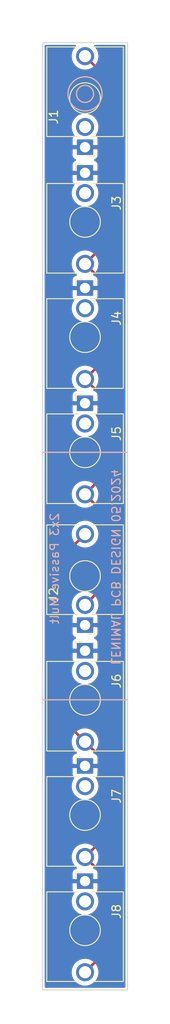
<source format=kicad_pcb>
(kicad_pcb (version 20240108) (generator "pcbnew") (generator_version "8.0")
  (layers (0 "F.Cu" signal) (31 "B.Cu" signal) (34 "B.Paste" user) (35 "F.Paste" user) (36 "B.SilkS" user "B.Silkscreen") (37 "F.SilkS" user "F.Silkscreen") (38 "B.Mask" user) (39 "F.Mask" user) (44 "Edge.Cuts" user))
  (net 0 "")
  (net 1 "Net-(J1-PadT)")
  (net 2 "GNDREF")
  (net 4 "Net-(J2-PadT)")
  (footprint "Synth:Jack_3.5mm_QingPu_WQP-PJ398SM_tight-fit" (layer "F.Cu") (at 55 98)
    (property "Reference" "J5" (at 3.7 -2.2 -90) (layer "F.SilkS"))
    (property "Value" "OUTPUT")
    (fp_line (start -4.5 -4.5) (end -4.5 6) (stroke (width 0.12)) (layer "F.SilkS"))
    (fp_line (start -1.1 -6.8) (end -1.1 -6) (stroke (width 0.12)) (layer "F.SilkS"))
    (fp_line (start -1.1 -6.8) (end -0.24 -6.8) (stroke (width 0.12)) (layer "F.SilkS"))
    (fp_line (start -0.8 6) (end -4.5 6) (stroke (width 0.12)) (layer "F.SilkS"))
    (fp_line (start -0.72 -4.5) (end -4.5 -4.5) (stroke (width 0.12)) (layer "F.SilkS"))
    (fp_line (start 4.5 -4.5) (end 0.72 -4.5) (stroke (width 0.12)) (layer "F.SilkS"))
    (fp_line (start 4.5 -4.5) (end 4.5 6) (stroke (width 0.12)) (layer "F.SilkS"))
    (fp_line (start 4.5 6) (end 0.8 6) (stroke (width 0.12)) (layer "F.SilkS"))
    (fp_circle (center 0 0) (end 1.8 0) (stroke (width 0.12)) (fill none) (layer "F.SilkS"))
    (pad "S" thru_hole rect (at 0 -5.75 180) (size 1.93 1.83) (drill 1.22) (layers "*.Cu" "*.Mask") (net 2 "GNDREF"))
    (pad "T" thru_hole circle (at 0 4.92 180) (size 2.13 2.13) (drill 1.43) (layers "*.Cu" "*.Mask") (net 1 "Net-(J1-PadT)"))
    (pad "TN" thru_hole circle (at 0 -3.38 180) (size 2.13 2.13) (drill 1.42) (layers "*.Cu" "*.Mask"))
    (zone (net 0) (net_name "") (layer "F.Cu") (connect_pads (clearance 0)) (min_thickness 0.254)
      (keepout (tracks not_allowed) (vias not_allowed) (pads not_allowed) (copperpour not_allowed) (footprints not_allowed))
      (fill (thermal_gap 0.508) (thermal_bridge_width 0.508))
      (polygon (pts (xy 56.505141 98) (xy 56.48493 97.754171) (xy 56.424841 97.514945) (xy 56.326486 97.288744) (xy 56.192508 97.081645) (xy 56.026504 96.89921) (xy 55.832932 96.746336) (xy 55.616992 96.627131) (xy 55.384482 96.544794) (xy 55.141646 96.501539) (xy 54.895007 96.498525) (xy 54.651187 96.535835) (xy 54.416734 96.612466) (xy 54.197946 96.72636) (xy 54.000697 96.874458) (xy 53.830286 97.052784) (xy 53.691288 97.256548) (xy 53.587436 97.480278) (xy 53.521519 97.717965) (xy 53.495308 97.963226) (xy 53.509507 98.209475) (xy 53.563734 98.450099) (xy 53.656532 98.678634) (xy 53.785411 98.888945) (xy 53.946908 99.075382) (xy 54.136687 99.232939) (xy 54.34965 99.357385) (xy 54.580079 99.445377) (xy 54.821785 99.494553) (xy 55.068278 99.503592) (xy 55.312936 99.47225) (xy 55.549191 99.40137) (xy 55.770697 99.292856) (xy 55.971505 99.149621) (xy 56.146223 98.975512) (xy 56.290158 98.775205) (xy 56.399445 98.554079) (xy 56.471149 98.318074) (xy 56.503344 98.073526)))
    )
  )
  (footprint "Synth:Jack_3.5mm_QingPu_WQP-PJ398SM_tight-fit" (layer "F.Cu") (at 55 112.5 180)
    (property "Reference" "J2" (at 3.7 -2.2 -90) (layer "F.SilkS"))
    (property "Value" "INPUT")
    (fp_line (start 4.5 6) (end 0.8 6) (stroke (width 0.12)) (layer "F.SilkS"))
    (fp_line (start 4.5 -4.5) (end 4.5 6) (stroke (width 0.12)) (layer "F.SilkS"))
    (fp_line (start 4.5 -4.5) (end 0.72 -4.5) (stroke (width 0.12)) (layer "F.SilkS"))
    (fp_line (start -0.72 -4.5) (end -4.5 -4.5) (stroke (width 0.12)) (layer "F.SilkS"))
    (fp_line (start -0.8 6) (end -4.5 6) (stroke (width 0.12)) (layer "F.SilkS"))
    (fp_line (start -1.1 -6.8) (end -0.24 -6.8) (stroke (width 0.12)) (layer "F.SilkS"))
    (fp_line (start -1.1 -6.8) (end -1.1 -6) (stroke (width 0.12)) (layer "F.SilkS"))
    (fp_line (start -4.5 -4.5) (end -4.5 6) (stroke (width 0.12)) (layer "F.SilkS"))
    (fp_circle (center 0 0) (end 1.8 0) (stroke (width 0.12)) (fill none) (layer "F.SilkS"))
    (pad "S" thru_hole rect (at 0 -5.75) (size 1.93 1.83) (drill 1.22) (layers "*.Cu" "*.Mask") (net 2 "GNDREF"))
    (pad "T" thru_hole circle (at 0 4.92) (size 2.13 2.13) (drill 1.43) (layers "*.Cu" "*.Mask") (net 4 "Net-(J2-PadT)"))
    (pad "TN" thru_hole circle (at 0 -3.38) (size 2.13 2.13) (drill 1.42) (layers "*.Cu" "*.Mask") (net 1 "Net-(J1-PadT)"))
    (zone (net 0) (net_name "") (layer "F.Cu") (connect_pads (clearance 0)) (min_thickness 0.254)
      (keepout (tracks not_allowed) (vias not_allowed) (pads not_allowed) (copperpour not_allowed) (footprints not_allowed))
      (fill (thermal_gap 0.508) (thermal_bridge_width 0.508))
      (polygon (pts (xy 53.494859 112.5) (xy 53.51507 112.745829) (xy 53.575159 112.985055) (xy 53.673514 113.211256) (xy 53.807492 113.418355) (xy 53.973496 113.60079) (xy 54.167068 113.753664) (xy 54.383008 113.872869) (xy 54.615518 113.955206) (xy 54.858354 113.998461) (xy 55.104993 114.001475) (xy 55.348813 113.964165) (xy 55.583266 113.887534) (xy 55.802054 113.77364) (xy 55.999303 113.625542) (xy 56.169714 113.447216) (xy 56.308712 113.243452) (xy 56.412564 113.019722) (xy 56.478481 112.782035) (xy 56.504692 112.536774) (xy 56.490493 112.290525) (xy 56.436266 112.049901) (xy 56.343468 111.821366) (xy 56.214589 111.611055) (xy 56.053092 111.424618) (xy 55.863313 111.267061) (xy 55.65035 111.142615) (xy 55.419921 111.054623) (xy 55.178215 111.005447) (xy 54.931722 110.996408) (xy 54.687064 111.02775) (xy 54.450809 111.09863) (xy 54.229303 111.207144) (xy 54.028495 111.350379) (xy 53.853777 111.524488) (xy 53.709842 111.724795) (xy 53.600555 111.945921) (xy 53.528851 112.181926) (xy 53.496656 112.426474)))
    )
  )
  (footprint "Synth:Jack_3.5mm_QingPu_WQP-PJ398SM_tight-fit" (layer "F.Cu") (at 55 71)
    (property "Reference" "J3" (at 3.7 -2.2 -90) (layer "F.SilkS"))
    (property "Value" "OUTPUT")
    (fp_line (start -4.5 -4.5) (end -4.5 6) (stroke (width 0.12)) (layer "F.SilkS"))
    (fp_line (start -1.1 -6.8) (end -1.1 -6) (stroke (width 0.12)) (layer "F.SilkS"))
    (fp_line (start -1.1 -6.8) (end -0.24 -6.8) (stroke (width 0.12)) (layer "F.SilkS"))
    (fp_line (start -0.8 6) (end -4.5 6) (stroke (width 0.12)) (layer "F.SilkS"))
    (fp_line (start -0.72 -4.5) (end -4.5 -4.5) (stroke (width 0.12)) (layer "F.SilkS"))
    (fp_line (start 4.5 -4.5) (end 0.72 -4.5) (stroke (width 0.12)) (layer "F.SilkS"))
    (fp_line (start 4.5 -4.5) (end 4.5 6) (stroke (width 0.12)) (layer "F.SilkS"))
    (fp_line (start 4.5 6) (end 0.8 6) (stroke (width 0.12)) (layer "F.SilkS"))
    (fp_circle (center 0 0) (end 1.8 0) (stroke (width 0.12)) (fill none) (layer "F.SilkS"))
    (pad "S" thru_hole rect (at 0 -5.75 180) (size 1.93 1.83) (drill 1.22) (layers "*.Cu" "*.Mask") (net 2 "GNDREF"))
    (pad "T" thru_hole circle (at 0 4.92 180) (size 2.13 2.13) (drill 1.43) (layers "*.Cu" "*.Mask") (net 1 "Net-(J1-PadT)"))
    (pad "TN" thru_hole circle (at 0 -3.38 180) (size 2.13 2.13) (drill 1.42) (layers "*.Cu" "*.Mask"))
    (zone (net 0) (net_name "") (layer "F.Cu") (connect_pads (clearance 0)) (min_thickness 0.254)
      (keepout (tracks not_allowed) (vias not_allowed) (pads not_allowed) (copperpour not_allowed) (footprints not_allowed))
      (fill (thermal_gap 0.508) (thermal_bridge_width 0.508))
      (polygon (pts (xy 56.505141 71) (xy 56.48493 70.754171) (xy 56.424841 70.514945) (xy 56.326486 70.288744) (xy 56.192508 70.081645) (xy 56.026504 69.89921) (xy 55.832932 69.746336) (xy 55.616992 69.627131) (xy 55.384482 69.544794) (xy 55.141646 69.501539) (xy 54.895007 69.498525) (xy 54.651187 69.535835) (xy 54.416734 69.612466) (xy 54.197946 69.72636) (xy 54.000697 69.874458) (xy 53.830286 70.052784) (xy 53.691288 70.256548) (xy 53.587436 70.480278) (xy 53.521519 70.717965) (xy 53.495308 70.963226) (xy 53.509507 71.209475) (xy 53.563734 71.450099) (xy 53.656532 71.678634) (xy 53.785411 71.888945) (xy 53.946908 72.075382) (xy 54.136687 72.232939) (xy 54.34965 72.357385) (xy 54.580079 72.445377) (xy 54.821785 72.494553) (xy 55.068278 72.503592) (xy 55.312936 72.47225) (xy 55.549191 72.40137) (xy 55.770697 72.292856) (xy 55.971505 72.149621) (xy 56.146223 71.975512) (xy 56.290158 71.775205) (xy 56.399445 71.554079) (xy 56.471149 71.318074) (xy 56.503344 71.073526)))
    )
  )
  (footprint "Synth:Jack_3.5mm_QingPu_WQP-PJ398SM_tight-fit" (layer "F.Cu") (at 55 56.5 180)
    (property "Reference" "J1" (at 3.7 -2.2 -90) (layer "F.SilkS"))
    (property "Value" "INPUT")
    (fp_line (start 4.5 6) (end 0.8 6) (stroke (width 0.12)) (layer "F.SilkS"))
    (fp_line (start 4.5 -4.5) (end 4.5 6) (stroke (width 0.12)) (layer "F.SilkS"))
    (fp_line (start 4.5 -4.5) (end 0.72 -4.5) (stroke (width 0.12)) (layer "F.SilkS"))
    (fp_line (start -0.72 -4.5) (end -4.5 -4.5) (stroke (width 0.12)) (layer "F.SilkS"))
    (fp_line (start -0.8 6) (end -4.5 6) (stroke (width 0.12)) (layer "F.SilkS"))
    (fp_line (start -1.1 -6.8) (end -0.24 -6.8) (stroke (width 0.12)) (layer "F.SilkS"))
    (fp_line (start -1.1 -6.8) (end -1.1 -6) (stroke (width 0.12)) (layer "F.SilkS"))
    (fp_line (start -4.5 -4.5) (end -4.5 6) (stroke (width 0.12)) (layer "F.SilkS"))
    (fp_circle (center 0 0) (end 1.8 0) (stroke (width 0.12)) (fill none) (layer "F.SilkS"))
    (pad "S" thru_hole rect (at 0 -5.75) (size 1.93 1.83) (drill 1.22) (layers "*.Cu" "*.Mask") (net 2 "GNDREF"))
    (pad "T" thru_hole circle (at 0 4.92) (size 2.13 2.13) (drill 1.43) (layers "*.Cu" "*.Mask") (net 1 "Net-(J1-PadT)"))
    (pad "TN" thru_hole circle (at 0 -3.38) (size 2.13 2.13) (drill 1.42) (layers "*.Cu" "*.Mask"))
    (zone (net 0) (net_name "") (layer "F.Cu") (connect_pads (clearance 0)) (min_thickness 0.254)
      (keepout (tracks not_allowed) (vias not_allowed) (pads not_allowed) (copperpour not_allowed) (footprints not_allowed))
      (fill (thermal_gap 0.508) (thermal_bridge_width 0.508))
      (polygon (pts (xy 53.494859 56.5) (xy 53.51507 56.745829) (xy 53.575159 56.985055) (xy 53.673514 57.211256) (xy 53.807492 57.418355) (xy 53.973496 57.60079) (xy 54.167068 57.753664) (xy 54.383008 57.872869) (xy 54.615518 57.955206) (xy 54.858354 57.998461) (xy 55.104993 58.001475) (xy 55.348813 57.964165) (xy 55.583266 57.887534) (xy 55.802054 57.77364) (xy 55.999303 57.625542) (xy 56.169714 57.447216) (xy 56.308712 57.243452) (xy 56.412564 57.019722) (xy 56.478481 56.782035) (xy 56.504692 56.536774) (xy 56.490493 56.290525) (xy 56.436266 56.049901) (xy 56.343468 55.821366) (xy 56.214589 55.611055) (xy 56.053092 55.424618) (xy 55.863313 55.267061) (xy 55.65035 55.142615) (xy 55.419921 55.054623) (xy 55.178215 55.005447) (xy 54.931722 54.996408) (xy 54.687064 55.02775) (xy 54.450809 55.09863) (xy 54.229303 55.207144) (xy 54.028495 55.350379) (xy 53.853777 55.524488) (xy 53.709842 55.724795) (xy 53.600555 55.945921) (xy 53.528851 56.181926) (xy 53.496656 56.426474)))
    )
  )
  (footprint "Synth:Jack_3.5mm_QingPu_WQP-PJ398SM_tight-fit" (layer "F.Cu") (at 55 140.5)
    (property "Reference" "J7" (at 3.7 -2.2 -90) (layer "F.SilkS"))
    (property "Value" "OUTPUT")
    (fp_line (start -4.5 -4.5) (end -4.5 6) (stroke (width 0.12)) (layer "F.SilkS"))
    (fp_line (start -1.1 -6.8) (end -1.1 -6) (stroke (width 0.12)) (layer "F.SilkS"))
    (fp_line (start -1.1 -6.8) (end -0.24 -6.8) (stroke (width 0.12)) (layer "F.SilkS"))
    (fp_line (start -0.8 6) (end -4.5 6) (stroke (width 0.12)) (layer "F.SilkS"))
    (fp_line (start -0.72 -4.5) (end -4.5 -4.5) (stroke (width 0.12)) (layer "F.SilkS"))
    (fp_line (start 4.5 -4.5) (end 0.72 -4.5) (stroke (width 0.12)) (layer "F.SilkS"))
    (fp_line (start 4.5 -4.5) (end 4.5 6) (stroke (width 0.12)) (layer "F.SilkS"))
    (fp_line (start 4.5 6) (end 0.8 6) (stroke (width 0.12)) (layer "F.SilkS"))
    (fp_circle (center 0 0) (end 1.8 0) (stroke (width 0.12)) (fill none) (layer "F.SilkS"))
    (pad "S" thru_hole rect (at 0 -5.75 180) (size 1.93 1.83) (drill 1.22) (layers "*.Cu" "*.Mask") (net 2 "GNDREF"))
    (pad "T" thru_hole circle (at 0 4.92 180) (size 2.13 2.13) (drill 1.43) (layers "*.Cu" "*.Mask") (net 4 "Net-(J2-PadT)"))
    (pad "TN" thru_hole circle (at 0 -3.38 180) (size 2.13 2.13) (drill 1.42) (layers "*.Cu" "*.Mask"))
    (zone (net 0) (net_name "") (layer "F.Cu") (connect_pads (clearance 0)) (min_thickness 0.254)
      (keepout (tracks not_allowed) (vias not_allowed) (pads not_allowed) (copperpour not_allowed) (footprints not_allowed))
      (fill (thermal_gap 0.508) (thermal_bridge_width 0.508))
      (polygon (pts (xy 56.505141 140.5) (xy 56.48493 140.254171) (xy 56.424841 140.014945) (xy 56.326486 139.788744) (xy 56.192508 139.581645) (xy 56.026504 139.39921) (xy 55.832932 139.246336) (xy 55.616992 139.127131) (xy 55.384482 139.044794) (xy 55.141646 139.001539) (xy 54.895007 138.998525) (xy 54.651187 139.035835) (xy 54.416734 139.112466) (xy 54.197946 139.22636) (xy 54.000697 139.374458) (xy 53.830286 139.552784) (xy 53.691288 139.756548) (xy 53.587436 139.980278) (xy 53.521519 140.217965) (xy 53.495308 140.463226) (xy 53.509507 140.709475) (xy 53.563734 140.950099) (xy 53.656532 141.178634) (xy 53.785411 141.388945) (xy 53.946908 141.575382) (xy 54.136687 141.732939) (xy 54.34965 141.857385) (xy 54.580079 141.945377) (xy 54.821785 141.994553) (xy 55.068278 142.003592) (xy 55.312936 141.97225) (xy 55.549191 141.90137) (xy 55.770697 141.792856) (xy 55.971505 141.649621) (xy 56.146223 141.475512) (xy 56.290158 141.275205) (xy 56.399445 141.054079) (xy 56.471149 140.818074) (xy 56.503344 140.573526)))
    )
  )
  (footprint "Synth:Jack_3.5mm_QingPu_WQP-PJ398SM_tight-fit" (layer "F.Cu") (at 55 154)
    (property "Reference" "J8" (at 3.7 -2.2 -90) (layer "F.SilkS"))
    (property "Value" "OUTPUT")
    (fp_line (start -4.5 -4.5) (end -4.5 6) (stroke (width 0.12)) (layer "F.SilkS"))
    (fp_line (start -1.1 -6.8) (end -1.1 -6) (stroke (width 0.12)) (layer "F.SilkS"))
    (fp_line (start -1.1 -6.8) (end -0.24 -6.8) (stroke (width 0.12)) (layer "F.SilkS"))
    (fp_line (start -0.8 6) (end -4.5 6) (stroke (width 0.12)) (layer "F.SilkS"))
    (fp_line (start -0.72 -4.5) (end -4.5 -4.5) (stroke (width 0.12)) (layer "F.SilkS"))
    (fp_line (start 4.5 -4.5) (end 0.72 -4.5) (stroke (width 0.12)) (layer "F.SilkS"))
    (fp_line (start 4.5 -4.5) (end 4.5 6) (stroke (width 0.12)) (layer "F.SilkS"))
    (fp_line (start 4.5 6) (end 0.8 6) (stroke (width 0.12)) (layer "F.SilkS"))
    (fp_circle (center 0 0) (end 1.8 0) (stroke (width 0.12)) (fill none) (layer "F.SilkS"))
    (pad "S" thru_hole rect (at 0 -5.75 180) (size 1.93 1.83) (drill 1.22) (layers "*.Cu" "*.Mask") (net 2 "GNDREF"))
    (pad "T" thru_hole circle (at 0 4.92 180) (size 2.13 2.13) (drill 1.43) (layers "*.Cu" "*.Mask") (net 4 "Net-(J2-PadT)"))
    (pad "TN" thru_hole circle (at 0 -3.38 180) (size 2.13 2.13) (drill 1.42) (layers "*.Cu" "*.Mask"))
    (zone (net 0) (net_name "") (layer "F.Cu") (connect_pads (clearance 0)) (min_thickness 0.254)
      (keepout (tracks not_allowed) (vias not_allowed) (pads not_allowed) (copperpour not_allowed) (footprints not_allowed))
      (fill (thermal_gap 0.508) (thermal_bridge_width 0.508))
      (polygon (pts (xy 56.505141 154) (xy 56.48493 153.754171) (xy 56.424841 153.514945) (xy 56.326486 153.288744) (xy 56.192508 153.081645) (xy 56.026504 152.89921) (xy 55.832932 152.746336) (xy 55.616992 152.627131) (xy 55.384482 152.544794) (xy 55.141646 152.501539) (xy 54.895007 152.498525) (xy 54.651187 152.535835) (xy 54.416734 152.612466) (xy 54.197946 152.72636) (xy 54.000697 152.874458) (xy 53.830286 153.052784) (xy 53.691288 153.256548) (xy 53.587436 153.480278) (xy 53.521519 153.717965) (xy 53.495308 153.963226) (xy 53.509507 154.209475) (xy 53.563734 154.450099) (xy 53.656532 154.678634) (xy 53.785411 154.888945) (xy 53.946908 155.075382) (xy 54.136687 155.232939) (xy 54.34965 155.357385) (xy 54.580079 155.445377) (xy 54.821785 155.494553) (xy 55.068278 155.503592) (xy 55.312936 155.47225) (xy 55.549191 155.40137) (xy 55.770697 155.292856) (xy 55.971505 155.149621) (xy 56.146223 154.975512) (xy 56.290158 154.775205) (xy 56.399445 154.554079) (xy 56.471149 154.318074) (xy 56.503344 154.073526)))
    )
  )
  (footprint "Synth:Jack_3.5mm_QingPu_WQP-PJ398SM_tight-fit" (layer "F.Cu") (at 55 84.5)
    (property "Reference" "J4" (at 3.7 -2.2 -90) (layer "F.SilkS"))
    (property "Value" "OUTPUT")
    (fp_line (start -4.5 -4.5) (end -4.5 6) (stroke (width 0.12)) (layer "F.SilkS"))
    (fp_line (start -1.1 -6.8) (end -1.1 -6) (stroke (width 0.12)) (layer "F.SilkS"))
    (fp_line (start -1.1 -6.8) (end -0.24 -6.8) (stroke (width 0.12)) (layer "F.SilkS"))
    (fp_line (start -0.8 6) (end -4.5 6) (stroke (width 0.12)) (layer "F.SilkS"))
    (fp_line (start -0.72 -4.5) (end -4.5 -4.5) (stroke (width 0.12)) (layer "F.SilkS"))
    (fp_line (start 4.5 -4.5) (end 0.72 -4.5) (stroke (width 0.12)) (layer "F.SilkS"))
    (fp_line (start 4.5 -4.5) (end 4.5 6) (stroke (width 0.12)) (layer "F.SilkS"))
    (fp_line (start 4.5 6) (end 0.8 6) (stroke (width 0.12)) (layer "F.SilkS"))
    (fp_circle (center 0 0) (end 1.8 0) (stroke (width 0.12)) (fill none) (layer "F.SilkS"))
    (pad "S" thru_hole rect (at 0 -5.75 180) (size 1.93 1.83) (drill 1.22) (layers "*.Cu" "*.Mask") (net 2 "GNDREF"))
    (pad "T" thru_hole circle (at 0 4.92 180) (size 2.13 2.13) (drill 1.43) (layers "*.Cu" "*.Mask") (net 1 "Net-(J1-PadT)"))
    (pad "TN" thru_hole circle (at 0 -3.38 180) (size 2.13 2.13) (drill 1.42) (layers "*.Cu" "*.Mask"))
    (zone (net 0) (net_name "") (layer "F.Cu") (connect_pads (clearance 0)) (min_thickness 0.254)
      (keepout (tracks not_allowed) (vias not_allowed) (pads not_allowed) (copperpour not_allowed) (footprints not_allowed))
      (fill (thermal_gap 0.508) (thermal_bridge_width 0.508))
      (polygon (pts (xy 56.505141 84.5) (xy 56.48493 84.254171) (xy 56.424841 84.014945) (xy 56.326486 83.788744) (xy 56.192508 83.581645) (xy 56.026504 83.39921) (xy 55.832932 83.246336) (xy 55.616992 83.127131) (xy 55.384482 83.044794) (xy 55.141646 83.001539) (xy 54.895007 82.998525) (xy 54.651187 83.035835) (xy 54.416734 83.112466) (xy 54.197946 83.22636) (xy 54.000697 83.374458) (xy 53.830286 83.552784) (xy 53.691288 83.756548) (xy 53.587436 83.980278) (xy 53.521519 84.217965) (xy 53.495308 84.463226) (xy 53.509507 84.709475) (xy 53.563734 84.950099) (xy 53.656532 85.178634) (xy 53.785411 85.388945) (xy 53.946908 85.575382) (xy 54.136687 85.732939) (xy 54.34965 85.857385) (xy 54.580079 85.945377) (xy 54.821785 85.994553) (xy 55.068278 86.003592) (xy 55.312936 85.97225) (xy 55.549191 85.90137) (xy 55.770697 85.792856) (xy 55.971505 85.649621) (xy 56.146223 85.475512) (xy 56.290158 85.275205) (xy 56.399445 85.054079) (xy 56.471149 84.818074) (xy 56.503344 84.573526)))
    )
  )
  (footprint "Synth:Jack_3.5mm_QingPu_WQP-PJ398SM_tight-fit" (layer "F.Cu") (at 55 127)
    (property "Reference" "J6" (at 3.7 -2.2 -90) (layer "F.SilkS"))
    (property "Value" "OUTPUT")
    (fp_line (start -4.5 -4.5) (end -4.5 6) (stroke (width 0.12)) (layer "F.SilkS"))
    (fp_line (start -1.1 -6.8) (end -1.1 -6) (stroke (width 0.12)) (layer "F.SilkS"))
    (fp_line (start -1.1 -6.8) (end -0.24 -6.8) (stroke (width 0.12)) (layer "F.SilkS"))
    (fp_line (start -0.8 6) (end -4.5 6) (stroke (width 0.12)) (layer "F.SilkS"))
    (fp_line (start -0.72 -4.5) (end -4.5 -4.5) (stroke (width 0.12)) (layer "F.SilkS"))
    (fp_line (start 4.5 -4.5) (end 0.72 -4.5) (stroke (width 0.12)) (layer "F.SilkS"))
    (fp_line (start 4.5 -4.5) (end 4.5 6) (stroke (width 0.12)) (layer "F.SilkS"))
    (fp_line (start 4.5 6) (end 0.8 6) (stroke (width 0.12)) (layer "F.SilkS"))
    (fp_circle (center 0 0) (end 1.8 0) (stroke (width 0.12)) (fill none) (layer "F.SilkS"))
    (pad "S" thru_hole rect (at 0 -5.75 180) (size 1.93 1.83) (drill 1.22) (layers "*.Cu" "*.Mask") (net 2 "GNDREF"))
    (pad "T" thru_hole circle (at 0 4.92 180) (size 2.13 2.13) (drill 1.43) (layers "*.Cu" "*.Mask") (net 4 "Net-(J2-PadT)"))
    (pad "TN" thru_hole circle (at 0 -3.38 180) (size 2.13 2.13) (drill 1.42) (layers "*.Cu" "*.Mask"))
    (zone (net 0) (net_name "") (layer "F.Cu") (connect_pads (clearance 0)) (min_thickness 0.254)
      (keepout (tracks not_allowed) (vias not_allowed) (pads not_allowed) (copperpour not_allowed) (footprints not_allowed))
      (fill (thermal_gap 0.508) (thermal_bridge_width 0.508))
      (polygon (pts (xy 56.505141 127) (xy 56.48493 126.754171) (xy 56.424841 126.514945) (xy 56.326486 126.288744) (xy 56.192508 126.081645) (xy 56.026504 125.89921) (xy 55.832932 125.746336) (xy 55.616992 125.627131) (xy 55.384482 125.544794) (xy 55.141646 125.501539) (xy 54.895007 125.498525) (xy 54.651187 125.535835) (xy 54.416734 125.612466) (xy 54.197946 125.72636) (xy 54.000697 125.874458) (xy 53.830286 126.052784) (xy 53.691288 126.256548) (xy 53.587436 126.480278) (xy 53.521519 126.717965) (xy 53.495308 126.963226) (xy 53.509507 127.209475) (xy 53.563734 127.450099) (xy 53.656532 127.678634) (xy 53.785411 127.888945) (xy 53.946908 128.075382) (xy 54.136687 128.232939) (xy 54.34965 128.357385) (xy 54.580079 128.445377) (xy 54.821785 128.494553) (xy 55.068278 128.503592) (xy 55.312936 128.47225) (xy 55.549191 128.40137) (xy 55.770697 128.292856) (xy 55.971505 128.149621) (xy 56.146223 127.975512) (xy 56.290158 127.775205) (xy 56.399445 127.554079) (xy 56.471149 127.318074) (xy 56.503344 127.073526)))
    )
  )
  (gr_line (start 60 127) (end 50 127) (stroke (width 0.15)) (layer "B.SilkS"))
  (gr_circle (center 55 56) (end 57 56) (stroke (width 0.15)) (fill none) (layer "B.SilkS"))
  (gr_line (start 50 98) (end 60 98) (stroke (width 0.15)) (layer "B.SilkS"))
  (gr_circle (center 55 56) (end 56 56) (stroke (width 0.15)) (fill none) (layer "B.SilkS"))
  (gr_rect (start 50 50) (end 60 161) (stroke (width 0.1)) (fill none) (layer "Edge.Cuts"))
  (gr_text "LENIMAL PCB DESIGN 05.2024" (at 58 123 -90) (layer "B.SilkS") (effects (font (size 1 1)) (justify left bottom mirror)))
  (gr_text "2x3 Passive Mult" (at 52 105 90) (layer "B.SilkS") (effects (font (size 1 1)) (justify left bottom mirror)))
  (segment (start 57.5 100.42) (end 55 102.92) (width 0.3) (layer "F.Cu") (net 1))
  (segment (start 55 89.42) (end 57.5 91.92) (width 0.3) (layer "F.Cu") (net 1))
  (segment (start 57.5 91.92) (end 57.5 100.42) (width 0.3) (layer "F.Cu") (net 1))
  (segment (start 57.5 113.38) (end 55 115.88) (width 0.3) (layer "F.Cu") (net 1))
  (segment (start 55 102.92) (end 57.5 105.42) (width 0.3) (layer "F.Cu") (net 1))
  (segment (start 57.5 73.42) (end 55 75.92) (width 0.3) (layer "F.Cu") (net 1))
  (segment (start 57.5 86.92) (end 55 89.42) (width 0.3) (layer "F.Cu") (net 1))
  (segment (start 57.5 54.08) (end 57.5 73.42) (width 0.3) (layer "F.Cu") (net 1))
  (segment (start 57.5 78.42) (end 57.5 86.92) (width 0.3) (layer "F.Cu") (net 1))
  (segment (start 57.5 105.42) (end 57.5 113.38) (width 0.3) (layer "F.Cu") (net 1))
  (segment (start 55 51.58) (end 57.5 54.08) (width 0.3) (layer "F.Cu") (net 1))
  (segment (start 55 75.92) (end 57.5 78.42) (width 0.3) (layer "F.Cu") (net 1))
  (segment (start 55 131.92) (end 52.5 129.42) (width 0.3) (layer "F.Cu") (net 4))
  (segment (start 52.5 110.08) (end 55 107.58) (width 0.3) (layer "F.Cu") (net 4))
  (segment (start 57.5 142.92) (end 55 145.42) (width 0.3) (layer "F.Cu") (net 4))
  (segment (start 57.5 134.42) (end 57.5 142.92) (width 0.3) (layer "F.Cu") (net 4))
  (segment (start 55 131.92) (end 57.5 134.42) (width 0.3) (layer "F.Cu") (net 4))
  (segment (start 57.5 156.42) (end 55 158.92) (width 0.3) (layer "F.Cu") (net 4))
  (segment (start 57.5 147.92) (end 57.5 156.42) (width 0.3) (layer "F.Cu") (net 4))
  (segment (start 52.5 129.42) (end 52.5 110.08) (width 0.3) (layer "F.Cu") (net 4))
  (segment (start 55 145.42) (end 57.5 147.92) (width 0.3) (layer "F.Cu") (net 4))
  (zone (net 0) (net_name "") (layer "F.Cu") (priority 1) (connect_pads (clearance 0.5)) (min_thickness 0.25) (fill yes (thermal_gap 0.5) (thermal_bridge_width 0.5) (island_removal_mode 1) (island_area_min 10))
    (polygon (pts (xy 45 45) (xy 65 45) (xy 65 165) (xy 45 165)))
  )
  (zone (net 2) (net_name "GNDREF") (layer "B.Cu") (connect_pads (clearance 0.5)) (min_thickness 0.25) (fill yes (thermal_gap 0.5) (thermal_bridge_width 0.5))
    (polygon (pts (xy 45 45) (xy 65 45) (xy 65 165) (xy 45 165)))
  )
)
</source>
